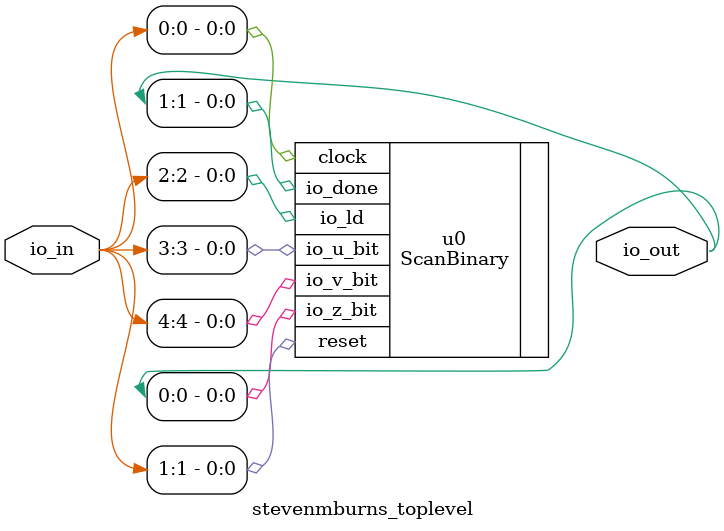
<source format=v>
module stevenmburns_toplevel(
  input [7:0] io_in,
  output [7:0] io_out
);
  
ScanBinary u0(.clock(io_in[0]),
	.reset(io_in[1]),
	.io_ld(io_in[2]),
	.io_u_bit(io_in[3]),
	.io_v_bit(io_in[4]),
	.io_z_bit(io_out[0]),
	.io_done(io_out[1]));

endmodule

</source>
